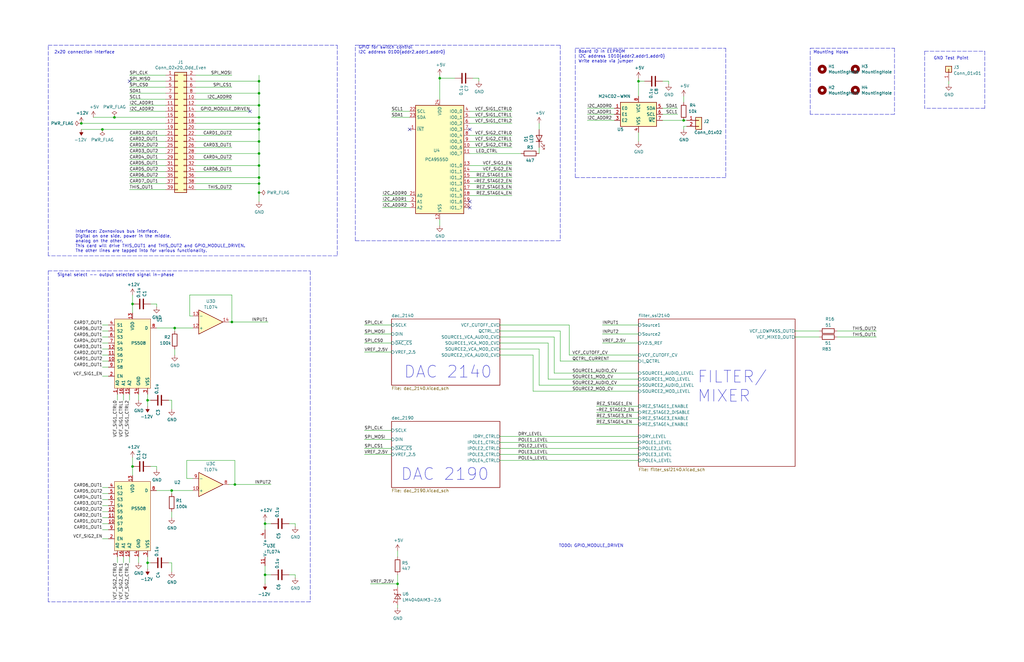
<source format=kicad_sch>
(kicad_sch (version 20230121) (generator eeschema)
  (paper "B")
  (title_block (title "Zoxnoxious Pole Dancer Mixing Filter") (date "2022-09-07") (rev "0.4") (company "Zoxnoxious Engineering"))
  (lib_symbols
    (symbol "Amplifier_Operational:TL074" (pin_names (offset 0.127))
      (property "Reference" "U" (at 0 5.08 0))
      (property "Value" "TL074" (at 0 -5.08 0))
      (symbol "TL074_1_1"
        (pin output line (at 7.62 0 180) (length 2.54) (name "~") (number "1"))
        (pin input line (at -7.62 -2.54 0) (length 2.54) (name "-") (number "2"))
        (pin input line (at -7.62 2.54 0) (length 2.54) (name "+") (number "3"))
      )
      (symbol "TL074_2_1"
        (pin input line (at -7.62 2.54 0) (length 2.54) (name "+") (number "5"))
        (pin input line (at -7.62 -2.54 0) (length 2.54) (name "-") (number "6"))
        (pin output line (at 7.62 0 180) (length 2.54) (name "~") (number "7"))
      )
      (symbol "TL074_3_1"
        (pin input line (at -7.62 2.54 0) (length 2.54) (name "+") (number "10"))
        (pin output line (at 7.62 0 180) (length 2.54) (name "~") (number "8"))
        (pin input line (at -7.62 -2.54 0) (length 2.54) (name "-") (number "9"))
      )
      (symbol "TL074_4_1"
        (pin input line (at -7.62 2.54 0) (length 2.54) (name "+") (number "12"))
        (pin input line (at -7.62 -2.54 0) (length 2.54) (name "-") (number "13"))
        (pin output line (at 7.62 0 180) (length 2.54) (name "~") (number "14"))
      )
      (symbol "TL074_5_1"
        (pin power_in line (at -2.54 -7.62 90) (length 3.81) (name "V-") (number "11"))
        (pin power_in line (at -2.54 7.62 270) (length 3.81) (name "V+") (number "4"))
      )
    )
    (symbol "Connector_Generic:Conn_01x01" (pin_names (offset 1.016) hide)
      (property "Reference" "J" (at 0 2.54 0))
      (property "Value" "Conn_01x01" (at 0 -2.54 0))
      (symbol "Conn_01x01_1_1"
        (pin passive line (at -5.08 0 0) (length 3.81) (name "Pin_1") (number "1"))
      )
    )
    (symbol "Connector_Generic:Conn_01x02" (pin_names (offset 1.016) hide)
      (property "Reference" "J" (at 0 2.54 0))
      (property "Value" "Conn_01x02" (at 0 -5.08 0))
      (symbol "Conn_01x02_1_1"
        (pin passive line (at -5.08 0 0) (length 3.81) (name "Pin_1") (number "1"))
        (pin passive line (at -5.08 -2.54 0) (length 3.81) (name "Pin_2") (number "2"))
      )
    )
    (symbol "Connector_Generic:Conn_02x20_Odd_Even" (pin_names (offset 1.016) hide)
      (property "Reference" "J" (at 1.27 25.4 0))
      (property "Value" "Conn_02x20_Odd_Even" (at 1.27 -27.94 0))
      (symbol "Conn_02x20_Odd_Even_1_1"
        (pin passive line (at -5.08 22.86 0) (length 3.81) (name "Pin_1") (number "1"))
        (pin passive line (at 7.62 12.7 180) (length 3.81) (name "Pin_10") (number "10"))
        (pin passive line (at -5.08 10.16 0) (length 3.81) (name "Pin_11") (number "11"))
        (pin passive line (at 7.62 10.16 180) (length 3.81) (name "Pin_12") (number "12"))
        (pin passive line (at -5.08 7.62 0) (length 3.81) (name "Pin_13") (number "13"))
        (pin passive line (at 7.62 7.62 180) (length 3.81) (name "Pin_14") (number "14"))
        (pin passive line (at -5.08 5.08 0) (length 3.81) (name "Pin_15") (number "15"))
        (pin passive line (at 7.62 5.08 180) (length 3.81) (name "Pin_16") (number "16"))
        (pin passive line (at -5.08 2.54 0) (length 3.81) (name "Pin_17") (number "17"))
        (pin passive line (at 7.62 2.54 180) (length 3.81) (name "Pin_18") (number "18"))
        (pin passive line (at -5.08 0 0) (length 3.81) (name "Pin_19") (number "19"))
        (pin passive line (at 7.62 22.86 180) (length 3.81) (name "Pin_2") (number "2"))
        (pin passive line (at 7.62 0 180) (length 3.81) (name "Pin_20") (number "20"))
        (pin passive line (at -5.08 -2.54 0) (length 3.81) (name "Pin_21") (number "21"))
        (pin passive line (at 7.62 -2.54 180) (length 3.81) (name "Pin_22") (number "22"))
        (pin passive line (at -5.08 -5.08 0) (length 3.81) (name "Pin_23") (number "23"))
        (pin passive line (at 7.62 -5.08 180) (length 3.81) (name "Pin_24") (number "24"))
        (pin passive line (at -5.08 -7.62 0) (length 3.81) (name "Pin_25") (number "25"))
        (pin passive line (at 7.62 -7.62 180) (length 3.81) (name "Pin_26") (number "26"))
        (pin passive line (at -5.08 -10.16 0) (length 3.81) (name "Pin_27") (number "27"))
        (pin passive line (at 7.62 -10.16 180) (length 3.81) (name "Pin_28") (number "28"))
        (pin passive line (at -5.08 -12.7 0) (length 3.81) (name "Pin_29") (number "29"))
        (pin passive line (at -5.08 20.32 0) (length 3.81) (name "Pin_3") (number "3"))
        (pin passive line (at 7.62 -12.7 180) (length 3.81) (name "Pin_30") (number "30"))
        (pin passive line (at -5.08 -15.24 0) (length 3.81) (name "Pin_31") (number "31"))
        (pin passive line (at 7.62 -15.24 180) (length 3.81) (name "Pin_32") (number "32"))
        (pin passive line (at -5.08 -17.78 0) (length 3.81) (name "Pin_33") (number "33"))
        (pin passive line (at 7.62 -17.78 180) (length 3.81) (name "Pin_34") (number "34"))
        (pin passive line (at -5.08 -20.32 0) (length 3.81) (name "Pin_35") (number "35"))
        (pin passive line (at 7.62 -20.32 180) (length 3.81) (name "Pin_36") (number "36"))
        (pin passive line (at -5.08 -22.86 0) (length 3.81) (name "Pin_37") (number "37"))
        (pin passive line (at 7.62 -22.86 180) (length 3.81) (name "Pin_38") (number "38"))
        (pin passive line (at -5.08 -25.4 0) (length 3.81) (name "Pin_39") (number "39"))
        (pin passive line (at 7.62 20.32 180) (length 3.81) (name "Pin_4") (number "4"))
        (pin passive line (at 7.62 -25.4 180) (length 3.81) (name "Pin_40") (number "40"))
        (pin passive line (at -5.08 17.78 0) (length 3.81) (name "Pin_5") (number "5"))
        (pin passive line (at 7.62 17.78 180) (length 3.81) (name "Pin_6") (number "6"))
        (pin passive line (at -5.08 15.24 0) (length 3.81) (name "Pin_7") (number "7"))
        (pin passive line (at 7.62 15.24 180) (length 3.81) (name "Pin_8") (number "8"))
        (pin passive line (at -5.08 12.7 0) (length 3.81) (name "Pin_9") (number "9"))
      )
    )
    (symbol "Device:C" (pin_numbers hide) (pin_names (offset 0.254))
      (property "Reference" "C" (at 0.635 2.54 0))
      (property "Value" "C" (at 0.635 -2.54 0))
      (symbol "C_1_1"
        (pin passive line (at 0 3.81 270) (length 2.794) (name "~") (number "1"))
        (pin passive line (at 0 -3.81 90) (length 2.794) (name "~") (number "2"))
      )
    )
    (symbol "Device:LED" (pin_numbers hide) (pin_names (offset 1.016) hide)
      (property "Reference" "D" (at 0 2.54 0))
      (property "Value" "LED" (at 0 -2.54 0))
      (symbol "LED_1_1"
        (pin passive line (at -3.81 0 0) (length 2.54) (name "K") (number "1"))
        (pin passive line (at 3.81 0 180) (length 2.54) (name "A") (number "2"))
      )
    )
    (symbol "Device:R" (pin_numbers hide) (pin_names (offset 0))
      (property "Reference" "R" (at 2.032 0 90))
      (property "Value" "R" (at 0 0 90))
      (symbol "R_1_1"
        (pin passive line (at 0 3.81 270) (length 1.27) (name "~") (number "1"))
        (pin passive line (at 0 -3.81 90) (length 1.27) (name "~") (number "2"))
      )
    )
    (symbol "Interface_Expansion:PCA9555D"
      (property "Reference" "U" (at -8.89 24.13 0))
      (property "Value" "PCA9555D" (at 6.35 24.13 0))
      (symbol "PCA9555D_1_1"
        (pin open_collector line (at -12.7 12.7 0) (length 2.54) (name "~{INT}") (number "1"))
        (pin bidirectional line (at 12.7 5.08 180) (length 2.54) (name "IO0_6") (number "10"))
        (pin bidirectional line (at 12.7 2.54 180) (length 2.54) (name "IO0_7") (number "11"))
        (pin power_in line (at 0 -25.4 90) (length 2.54) (name "VSS") (number "12"))
        (pin bidirectional line (at 12.7 -2.54 180) (length 2.54) (name "IO1_0") (number "13"))
        (pin bidirectional line (at 12.7 -5.08 180) (length 2.54) (name "IO1_1") (number "14"))
        (pin bidirectional line (at 12.7 -7.62 180) (length 2.54) (name "IO1_2") (number "15"))
        (pin bidirectional line (at 12.7 -10.16 180) (length 2.54) (name "IO1_3") (number "16"))
        (pin bidirectional line (at 12.7 -12.7 180) (length 2.54) (name "IO1_4") (number "17"))
        (pin bidirectional line (at 12.7 -15.24 180) (length 2.54) (name "IO1_5") (number "18"))
        (pin bidirectional line (at 12.7 -17.78 180) (length 2.54) (name "IO1_6") (number "19"))
        (pin input line (at -12.7 -17.78 0) (length 2.54) (name "A1") (number "2"))
        (pin bidirectional line (at 12.7 -20.32 180) (length 2.54) (name "IO1_7") (number "20"))
        (pin input line (at -12.7 -15.24 0) (length 2.54) (name "A0") (number "21"))
        (pin input line (at -12.7 20.32 0) (length 2.54) (name "SCL") (number "22"))
        (pin bidirectional line (at -12.7 17.78 0) (length 2.54) (name "SDA") (number "23"))
        (pin power_in line (at 0 25.4 270) (length 2.54) (name "VDD") (number "24"))
        (pin input line (at -12.7 -20.32 0) (length 2.54) (name "A2") (number "3"))
        (pin bidirectional line (at 12.7 20.32 180) (length 2.54) (name "IO0_0") (number "4"))
        (pin bidirectional line (at 12.7 17.78 180) (length 2.54) (name "IO0_1") (number "5"))
        (pin bidirectional line (at 12.7 15.24 180) (length 2.54) (name "IO0_2") (number "6"))
        (pin bidirectional line (at 12.7 12.7 180) (length 2.54) (name "IO0_3") (number "7"))
        (pin bidirectional line (at 12.7 10.16 180) (length 2.54) (name "IO0_4") (number "8"))
        (pin bidirectional line (at 12.7 7.62 180) (length 2.54) (name "IO0_5") (number "9"))
      )
    )
    (symbol "Mechanical:MountingHole" (pin_names (offset 1.016))
      (property "Reference" "H" (at 0 5.08 0))
      (property "Value" "MountingHole" (at 0 3.175 0))
    )
    (symbol "Memory_EEPROM:M24C02-WMN"
      (property "Reference" "U" (at -6.35 6.35 0))
      (property "Value" "M24C02-WMN" (at 7.62 6.35 0))
      (symbol "M24C02-WMN_1_1"
        (pin input line (at -10.16 2.54 0) (length 2.54) (name "E0") (number "1"))
        (pin input line (at -10.16 0 0) (length 2.54) (name "E1") (number "2"))
        (pin input line (at -10.16 -2.54 0) (length 2.54) (name "E2") (number "3"))
        (pin power_in line (at 0 -7.62 90) (length 2.54) (name "VSS") (number "4"))
        (pin bidirectional line (at 10.16 2.54 180) (length 2.54) (name "SDA") (number "5"))
        (pin input line (at 10.16 0 180) (length 2.54) (name "SCL") (number "6"))
        (pin input line (at 10.16 -2.54 180) (length 2.54) (name "~{WC}") (number "7"))
        (pin power_in line (at 0 7.62 270) (length 2.54) (name "VCC") (number "8"))
      )
    )
    (symbol "Reference_Voltage:LM4040DBZ-2.5" (pin_names (offset 0.0254) hide)
      (property "Reference" "U" (at 0 2.54 0))
      (property "Value" "LM4040DBZ-2.5" (at 0 -3.175 0))
      (symbol "LM4040DBZ-2.5_1_1"
        (pin passive line (at 3.81 0 180) (length 2.54) (name "K") (number "1"))
        (pin passive line (at -3.81 0 0) (length 2.54) (name "A") (number "2"))
      )
    )
    (symbol "poledancer_symlib:PS508-Analog_Switch" (pin_names (offset 1.016))
      (property "Reference" "U" (at 0 0 0))
      (property "Value" "PS508-Analog_Switch" (at 1.27 -3.81 0))
      (symbol "PS508-Analog_Switch_1_1"
        (pin input line (at -6.35 -24.13 90) (length 2.54) (name "A0") (number "1"))
        (pin bidirectional line (at -10.16 -10.16 0) (length 2.54) (name "S7") (number "10"))
        (pin bidirectional line (at -10.16 -7.62 0) (length 2.54) (name "S6") (number "11"))
        (pin bidirectional line (at -10.16 -5.08 0) (length 2.54) (name "S5") (number "12"))
        (pin power_in line (at 0 10.16 270) (length 2.54) (name "VDD") (number "13"))
        (pin power_in line (at 2.54 -24.13 90) (length 2.54) (name "GND") (number "14"))
        (pin input line (at -1.27 -24.13 90) (length 2.54) (name "A2") (number "15"))
        (pin input line (at -3.81 -24.13 90) (length 2.54) (name "A1") (number "16"))
        (pin input line (at -10.16 -16.51 0) (length 2.54) (name "EN") (number "2"))
        (pin power_in line (at 6.35 -24.13 90) (length 2.54) (name "VSS") (number "3"))
        (pin bidirectional line (at -10.16 5.08 0) (length 2.54) (name "S1") (number "4"))
        (pin bidirectional line (at -10.16 2.54 0) (length 2.54) (name "S2") (number "5"))
        (pin bidirectional line (at -10.16 0 0) (length 2.54) (name "S3") (number "6"))
        (pin bidirectional line (at -10.16 -2.54 0) (length 2.54) (name "S4") (number "7"))
        (pin bidirectional line (at 10.16 3.81 180) (length 2.54) (name "D") (number "8"))
        (pin bidirectional line (at -10.16 -12.7 0) (length 2.54) (name "S8") (number "9"))
      )
    )
    (symbol "power:+12V" (power) (pin_names (offset 0))
      (property "Value" "+12V" (at 0 3.556 0))
      (symbol "+12V_1_1"
        (pin power_in line (at 0 0 90) (length 0) hide (name "+12V") (number "1"))
      )
    )
    (symbol "power:+5V" (power) (pin_names (offset 0))
      (property "Value" "+5V" (at 0 3.556 0))
      (symbol "+5V_1_1"
        (pin power_in line (at 0 0 90) (length 0) hide (name "+5V") (number "1"))
      )
    )
    (symbol "power:-12V" (power) (pin_names (offset 0))
      (property "Value" "-12V" (at 0 3.81 0))
      (symbol "-12V_0_0"
        (pin power_in line (at 0 0 90) (length 0) hide (name "-12V") (number "1"))
      )
    )
    (symbol "power:GND" (power) (pin_names (offset 0))
      (property "Value" "GND" (at 0 -3.81 0))
      (symbol "GND_1_1"
        (pin power_in line (at 0 0 270) (length 0) hide (name "GND") (number "1"))
      )
    )
    (symbol "power:PWR_FLAG" (power) (pin_numbers hide) (pin_names (offset 0) hide)
      (property "Value" "PWR_FLAG" (at 0 3.81 0))
      (symbol "PWR_FLAG_0_0"
        (pin power_out line (at 0 0 90) (length 0) (name "pwr") (number "1"))
      )
    )
  )
  (junction (at 109.22 64.77))
  (junction (at 109.22 54.61))
  (junction (at 48.26 49.53))
  (junction (at 34.29 52.07))
  (junction (at 109.22 44.45))
  (junction (at 55.88 196.85))
  (junction (at 55.88 128.27))
  (junction (at 111.76 220.98))
  (junction (at 62.23 168.91))
  (junction (at 185.42 33.02))
  (junction (at 109.22 77.47))
  (junction (at 97.79 135.89))
  (junction (at 269.24 34.29))
  (junction (at 62.23 237.49))
  (junction (at 109.22 69.85))
  (junction (at 73.66 138.43))
  (junction (at 167.64 246.38))
  (junction (at 109.22 81.28))
  (junction (at 109.22 52.07))
  (junction (at 111.76 242.57))
  (junction (at 288.29 50.8))
  (junction (at 43.18 54.61))
  (junction (at 99.06 204.47))
  (junction (at 109.22 59.69))
  (junction (at 109.22 49.53))
  (junction (at 109.22 39.37))
  (junction (at 72.39 207.01))
  (junction (at 109.22 74.93))
  (junction (at 109.22 34.29))
  (no_connect (at 198.12 87.63))
  (no_connect (at 198.12 85.09))
  (no_connect (at 105.41 46.99))
  (no_connect (at 172.72 54.61))
  (no_connect (at 54.61 34.29))
  (no_connect (at 198.12 54.61))
  (wire (pts (xy 72.39 237.49) (xy 71.12 237.49)))
  (polyline (pts (xy 341.63 20.32) (xy 377.19 20.32)) (stroke (width 0) (type dash)))
  (wire (pts (xy 233.68 157.48) (xy 269.24 157.48)))
  (polyline (pts (xy 306.07 20.32) (xy 306.07 74.93)) (stroke (width 0) (type dash)))
  (wire (pts (xy 198.12 52.07) (xy 215.9 52.07)))
  (wire (pts (xy 63.5 196.85) (xy 66.04 196.85)))
  (wire (pts (xy 109.22 64.77) (xy 109.22 69.85)))
  (wire (pts (xy 97.79 124.46) (xy 97.79 135.89)))
  (polyline (pts (xy 20.32 114.3) (xy 130.81 114.3)) (stroke (width 0) (type dash)))
  (wire (pts (xy 210.82 194.31) (xy 269.24 194.31)))
  (wire (pts (xy 54.61 166.37) (xy 54.61 168.91)))
  (wire (pts (xy 62.23 166.37) (xy 62.23 168.91)))
  (wire (pts (xy 43.18 144.78) (xy 45.72 144.78)))
  (wire (pts (xy 251.46 179.07) (xy 269.24 179.07)))
  (polyline (pts (xy 242.57 74.93) (xy 242.57 20.32)) (stroke (width 0) (type dash)))
  (wire (pts (xy 279.4 34.29) (xy 281.94 34.29)))
  (wire (pts (xy 54.61 64.77) (xy 69.85 64.77)))
  (wire (pts (xy 82.55 52.07) (xy 109.22 52.07)))
  (wire (pts (xy 198.12 82.55) (xy 215.9 82.55)))
  (wire (pts (xy 69.85 54.61) (xy 43.18 54.61)))
  (wire (pts (xy 210.82 149.86) (xy 224.79 149.86)))
  (wire (pts (xy 156.21 246.38) (xy 167.64 246.38)))
  (wire (pts (xy 62.23 168.91) (xy 62.23 171.45)))
  (wire (pts (xy 54.61 74.93) (xy 69.85 74.93)))
  (wire (pts (xy 165.1 181.61) (xy 153.67 181.61)))
  (wire (pts (xy 97.79 62.23) (xy 82.55 62.23)))
  (wire (pts (xy 43.18 223.52) (xy 45.72 223.52)))
  (wire (pts (xy 269.24 55.88) (xy 269.24 59.69)))
  (wire (pts (xy 269.24 140.97) (xy 254 140.97)))
  (wire (pts (xy 185.42 33.02) (xy 185.42 41.91)))
  (wire (pts (xy 54.61 80.01) (xy 69.85 80.01)))
  (wire (pts (xy 269.24 137.16) (xy 254 137.16)))
  (wire (pts (xy 167.64 232.41) (xy 167.64 234.95)))
  (wire (pts (xy 281.94 35.56) (xy 281.94 34.29)))
  (polyline (pts (xy 149.86 19.05) (xy 236.22 19.05)) (stroke (width 0) (type dash)))
  (wire (pts (xy 111.76 242.57) (xy 111.76 246.38)))
  (wire (pts (xy 227.33 62.23) (xy 227.33 64.77)))
  (wire (pts (xy 279.4 48.26) (xy 285.75 48.26)))
  (wire (pts (xy 251.46 173.99) (xy 269.24 173.99)))
  (wire (pts (xy 43.18 220.98) (xy 45.72 220.98)))
  (wire (pts (xy 82.55 44.45) (xy 109.22 44.45)))
  (wire (pts (xy 198.12 57.15) (xy 215.9 57.15)))
  (wire (pts (xy 400.05 34.29) (xy 400.05 35.56)))
  (wire (pts (xy 97.79 80.01) (xy 82.55 80.01)))
  (wire (pts (xy 55.88 196.85) (xy 55.88 200.66)))
  (wire (pts (xy 43.18 54.61) (xy 34.29 54.61)))
  (polyline (pts (xy 415.29 21.59) (xy 415.29 45.72)) (stroke (width 0) (type dash)))
  (wire (pts (xy 198.12 64.77) (xy 219.71 64.77)))
  (wire (pts (xy 227.33 52.07) (xy 227.33 54.61)))
  (polyline (pts (xy 20.32 107.95) (xy 20.32 19.05)) (stroke (width 0) (type dash)))
  (wire (pts (xy 62.23 168.91) (xy 63.5 168.91)))
  (wire (pts (xy 55.88 128.27) (xy 55.88 132.08)))
  (wire (pts (xy 210.82 147.32) (xy 227.33 147.32)))
  (wire (pts (xy 72.39 172.72) (xy 72.39 168.91)))
  (polyline (pts (xy 377.19 20.32) (xy 377.19 48.26)) (stroke (width 0) (type dash)))
  (wire (pts (xy 114.3 242.57) (xy 111.76 242.57)))
  (polyline (pts (xy 389.89 21.59) (xy 415.29 21.59)) (stroke (width 0) (type dash)))
  (wire (pts (xy 335.28 142.24) (xy 345.44 142.24)))
  (wire (pts (xy 109.22 59.69) (xy 109.22 64.77)))
  (wire (pts (xy 97.79 57.15) (xy 82.55 57.15)))
  (wire (pts (xy 80.01 133.35) (xy 80.01 124.46)))
  (wire (pts (xy 172.72 46.99) (xy 165.1 46.99)))
  (wire (pts (xy 259.08 45.72) (xy 247.65 45.72)))
  (wire (pts (xy 58.42 234.95) (xy 58.42 237.49)))
  (wire (pts (xy 167.64 247.65) (xy 167.64 246.38)))
  (wire (pts (xy 288.29 40.64) (xy 288.29 43.18)))
  (wire (pts (xy 73.66 138.43) (xy 73.66 139.7)))
  (wire (pts (xy 54.61 62.23) (xy 69.85 62.23)))
  (wire (pts (xy 99.06 194.31) (xy 99.06 204.47)))
  (polyline (pts (xy 341.63 48.26) (xy 341.63 20.32)) (stroke (width 0) (type dash)))
  (wire (pts (xy 271.78 34.29) (xy 269.24 34.29)))
  (wire (pts (xy 82.55 59.69) (xy 109.22 59.69)))
  (wire (pts (xy 109.22 44.45) (xy 109.22 49.53)))
  (wire (pts (xy 240.03 149.86) (xy 269.24 149.86)))
  (wire (pts (xy 269.24 33.02) (xy 269.24 34.29)))
  (polyline (pts (xy 130.81 114.3) (xy 130.81 254)) (stroke (width 0) (type dash)))
  (wire (pts (xy 172.72 82.55) (xy 161.29 82.55)))
  (wire (pts (xy 54.61 36.83) (xy 69.85 36.83)))
  (wire (pts (xy 62.23 234.95) (xy 62.23 237.49)))
  (wire (pts (xy 210.82 137.16) (xy 240.03 137.16)))
  (wire (pts (xy 269.24 40.64) (xy 269.24 34.29)))
  (wire (pts (xy 167.64 242.57) (xy 167.64 246.38)))
  (wire (pts (xy 66.04 198.12) (xy 66.04 196.85)))
  (wire (pts (xy 165.1 140.97) (xy 153.67 140.97)))
  (wire (pts (xy 236.22 152.4) (xy 269.24 152.4)))
  (wire (pts (xy 82.55 54.61) (xy 109.22 54.61)))
  (polyline (pts (xy 142.24 19.05) (xy 142.24 107.95)) (stroke (width 0) (type dash)))
  (wire (pts (xy 153.67 191.77) (xy 165.1 191.77)))
  (wire (pts (xy 153.67 189.23) (xy 165.1 189.23)))
  (wire (pts (xy 82.55 49.53) (xy 109.22 49.53)))
  (wire (pts (xy 198.12 46.99) (xy 215.9 46.99)))
  (wire (pts (xy 109.22 77.47) (xy 109.22 81.28)))
  (wire (pts (xy 81.28 133.35) (xy 80.01 133.35)))
  (wire (pts (xy 63.5 128.27) (xy 66.04 128.27)))
  (wire (pts (xy 43.18 152.4) (xy 45.72 152.4)))
  (wire (pts (xy 185.42 31.75) (xy 185.42 33.02)))
  (wire (pts (xy 288.29 50.8) (xy 289.56 50.8)))
  (wire (pts (xy 210.82 142.24) (xy 233.68 142.24)))
  (wire (pts (xy 96.52 135.89) (xy 97.79 135.89)))
  (wire (pts (xy 69.85 39.37) (xy 54.61 39.37)))
  (wire (pts (xy 210.82 144.78) (xy 231.14 144.78)))
  (wire (pts (xy 43.18 208.28) (xy 45.72 208.28)))
  (wire (pts (xy 66.04 129.54) (xy 66.04 128.27)))
  (wire (pts (xy 82.55 64.77) (xy 109.22 64.77)))
  (wire (pts (xy 251.46 171.45) (xy 269.24 171.45)))
  (wire (pts (xy 124.46 220.98) (xy 124.46 222.25)))
  (wire (pts (xy 111.76 223.52) (xy 111.76 220.98)))
  (wire (pts (xy 254 144.78) (xy 269.24 144.78)))
  (wire (pts (xy 69.85 49.53) (xy 48.26 49.53)))
  (wire (pts (xy 72.39 241.3) (xy 72.39 237.49)))
  (wire (pts (xy 82.55 31.75) (xy 97.79 31.75)))
  (wire (pts (xy 73.66 147.32) (xy 73.66 149.86)))
  (wire (pts (xy 199.39 33.02) (xy 201.93 33.02)))
  (polyline (pts (xy 149.86 101.6) (xy 236.22 101.6)) (stroke (width 0) (type dash)))
  (wire (pts (xy 97.79 135.89) (xy 113.03 135.89)))
  (polyline (pts (xy 242.57 20.32) (xy 294.64 20.32)) (stroke (width 0) (type dash)))
  (wire (pts (xy 62.23 237.49) (xy 62.23 240.03)))
  (wire (pts (xy 82.55 46.99) (xy 105.41 46.99)))
  (wire (pts (xy 43.18 139.7) (xy 45.72 139.7)))
  (polyline (pts (xy 149.86 101.6) (xy 149.86 19.05)) (stroke (width 0) (type dash)))
  (wire (pts (xy 259.08 48.26) (xy 247.65 48.26)))
  (wire (pts (xy 109.22 39.37) (xy 109.22 44.45)))
  (wire (pts (xy 69.85 77.47) (xy 54.61 77.47)))
  (wire (pts (xy 185.42 92.71) (xy 185.42 95.25)))
  (wire (pts (xy 210.82 191.77) (xy 269.24 191.77)))
  (wire (pts (xy 43.18 158.75) (xy 45.72 158.75)))
  (wire (pts (xy 43.18 210.82) (xy 45.72 210.82)))
  (wire (pts (xy 43.18 142.24) (xy 45.72 142.24)))
  (polyline (pts (xy 142.24 107.95) (xy 20.32 107.95)) (stroke (width 0) (type dash)))
  (wire (pts (xy 82.55 69.85) (xy 109.22 69.85)))
  (wire (pts (xy 66.04 207.01) (xy 72.39 207.01)))
  (wire (pts (xy 165.1 137.16) (xy 153.67 137.16)))
  (wire (pts (xy 201.93 34.29) (xy 201.93 33.02)))
  (wire (pts (xy 82.55 74.93) (xy 109.22 74.93)))
  (wire (pts (xy 353.06 139.7) (xy 369.57 139.7)))
  (wire (pts (xy 227.33 162.56) (xy 269.24 162.56)))
  (wire (pts (xy 82.55 67.31) (xy 97.79 67.31)))
  (polyline (pts (xy 20.32 254) (xy 20.32 186.69)) (stroke (width 0) (type dash)))
  (polyline (pts (xy 20.32 114.3) (xy 20.32 187.96)) (stroke (width 0) (type dash)))
  (wire (pts (xy 335.28 139.7) (xy 345.44 139.7)))
  (wire (pts (xy 52.07 166.37) (xy 52.07 168.91)))
  (polyline (pts (xy 389.89 21.59) (xy 389.89 45.72)) (stroke (width 0) (type dash)))
  (wire (pts (xy 43.18 149.86) (xy 45.72 149.86)))
  (wire (pts (xy 82.55 34.29) (xy 109.22 34.29)))
  (wire (pts (xy 111.76 220.98) (xy 114.3 220.98)))
  (wire (pts (xy 251.46 176.53) (xy 269.24 176.53)))
  (wire (pts (xy 198.12 72.39) (xy 215.9 72.39)))
  (wire (pts (xy 279.4 50.8) (xy 288.29 50.8)))
  (polyline (pts (xy 294.64 74.93) (xy 242.57 74.93)) (stroke (width 0) (type dash)))
  (polyline (pts (xy 415.29 45.72) (xy 389.89 45.72)) (stroke (width 0) (type dash)))
  (wire (pts (xy 62.23 237.49) (xy 63.5 237.49)))
  (wire (pts (xy 109.22 74.93) (xy 109.22 77.47)))
  (wire (pts (xy 233.68 142.24) (xy 233.68 157.48)))
  (wire (pts (xy 96.52 204.47) (xy 99.06 204.47)))
  (wire (pts (xy 124.46 242.57) (xy 124.46 243.84)))
  (wire (pts (xy 54.61 34.29) (xy 69.85 34.29)))
  (wire (pts (xy 43.18 137.16) (xy 45.72 137.16)))
  (wire (pts (xy 224.79 165.1) (xy 269.24 165.1)))
  (wire (pts (xy 109.22 81.28) (xy 109.22 85.09)))
  (wire (pts (xy 54.61 44.45) (xy 69.85 44.45)))
  (wire (pts (xy 81.28 201.93) (xy 78.74 201.93)))
  (wire (pts (xy 54.61 72.39) (xy 69.85 72.39)))
  (wire (pts (xy 111.76 219.71) (xy 111.76 220.98)))
  (wire (pts (xy 43.18 227.33) (xy 45.72 227.33)))
  (polyline (pts (xy 20.32 19.05) (xy 142.24 19.05)) (stroke (width 0) (type dash)))
  (wire (pts (xy 43.18 218.44) (xy 45.72 218.44)))
  (wire (pts (xy 55.88 124.46) (xy 55.88 128.27)))
  (wire (pts (xy 97.79 41.91) (xy 82.55 41.91)))
  (wire (pts (xy 78.74 201.93) (xy 78.74 194.31)))
  (wire (pts (xy 191.77 33.02) (xy 185.42 33.02)))
  (wire (pts (xy 109.22 69.85) (xy 109.22 74.93)))
  (wire (pts (xy 54.61 31.75) (xy 69.85 31.75)))
  (wire (pts (xy 165.1 185.42) (xy 153.67 185.42)))
  (wire (pts (xy 121.92 220.98) (xy 124.46 220.98)))
  (wire (pts (xy 288.29 53.34) (xy 289.56 53.34)))
  (wire (pts (xy 69.85 69.85) (xy 54.61 69.85)))
  (polyline (pts (xy 377.19 48.26) (xy 341.63 48.26)) (stroke (width 0) (type dash)))
  (polyline (pts (xy 236.22 19.05) (xy 236.22 101.6)) (stroke (width 0) (type dash)))
  (wire (pts (xy 97.79 36.83) (xy 82.55 36.83)))
  (wire (pts (xy 55.88 193.04) (xy 55.88 196.85)))
  (wire (pts (xy 167.64 255.27) (xy 167.64 256.54)))
  (wire (pts (xy 69.85 46.99) (xy 54.61 46.99)))
  (wire (pts (xy 66.04 138.43) (xy 73.66 138.43)))
  (wire (pts (xy 236.22 139.7) (xy 236.22 152.4)))
  (wire (pts (xy 43.18 154.94) (xy 45.72 154.94)))
  (polyline (pts (xy 130.81 254) (xy 20.32 254)) (stroke (width 0) (type dash)))
  (wire (pts (xy 43.18 215.9) (xy 45.72 215.9)))
  (wire (pts (xy 43.18 213.36) (xy 45.72 213.36)))
  (wire (pts (xy 73.66 138.43) (xy 81.28 138.43)))
  (wire (pts (xy 72.39 208.28) (xy 72.39 207.01)))
  (wire (pts (xy 72.39 207.01) (xy 81.28 207.01)))
  (polyline (pts (xy 295.91 20.32) (xy 306.07 20.32)) (stroke (width 0) (type dash)))
  (wire (pts (xy 210.82 184.15) (xy 269.24 184.15)))
  (wire (pts (xy 48.26 49.53) (xy 39.37 49.53)))
  (wire (pts (xy 109.22 52.07) (xy 109.22 54.61)))
  (wire (pts (xy 80.01 124.46) (xy 97.79 124.46)))
  (wire (pts (xy 109.22 31.75) (xy 109.22 34.29)))
  (wire (pts (xy 210.82 186.69) (xy 269.24 186.69)))
  (wire (pts (xy 198.12 80.01) (xy 215.9 80.01)))
  (wire (pts (xy 153.67 148.59) (xy 165.1 148.59)))
  (wire (pts (xy 69.85 57.15) (xy 54.61 57.15)))
  (wire (pts (xy 111.76 238.76) (xy 111.76 242.57)))
  (wire (pts (xy 82.55 39.37) (xy 109.22 39.37)))
  (wire (pts (xy 240.03 137.16) (xy 240.03 149.86)))
  (wire (pts (xy 43.18 147.32) (xy 45.72 147.32)))
  (wire (pts (xy 285.75 45.72) (xy 279.4 45.72)))
  (wire (pts (xy 69.85 52.07) (xy 34.29 52.07)))
  (wire (pts (xy 99.06 204.47) (xy 114.3 204.47)))
  (polyline (pts (xy 306.07 74.93) (xy 294.64 74.93)) (stroke (width 0) (type dash)))
  (wire (pts (xy 210.82 139.7) (xy 236.22 139.7)))
  (wire (pts (xy 109.22 34.29) (xy 109.22 39.37)))
  (wire (pts (xy 49.53 166.37) (xy 49.53 168.91)))
  (wire (pts (xy 165.1 49.53) (xy 172.72 49.53)))
  (wire (pts (xy 198.12 62.23) (xy 215.9 62.23)))
  (wire (pts (xy 82.55 72.39) (xy 97.79 72.39)))
  (wire (pts (xy 78.74 194.31) (xy 99.06 194.31)))
  (wire (pts (xy 172.72 85.09) (xy 161.29 85.09)))
  (wire (pts (xy 353.06 142.24) (xy 369.57 142.24)))
  (wire (pts (xy 198.12 49.53) (xy 215.9 49.53)))
  (wire (pts (xy 52.07 234.95) (xy 52.07 237.49)))
  (wire (pts (xy 82.55 77.47) (xy 109.22 77.47)))
  (wire (pts (xy 198.12 59.69) (xy 215.9 59.69)))
  (wire (pts (xy 288.29 54.61) (xy 288.29 53.34)))
  (wire (pts (xy 153.67 144.78) (xy 165.1 144.78)))
  (wire (pts (xy 198.12 77.47) (xy 215.9 77.47)))
  (wire (pts (xy 54.61 59.69) (xy 69.85 59.69)))
  (wire (pts (xy 231.14 160.02) (xy 269.24 160.02)))
  (wire (pts (xy 109.22 49.53) (xy 109.22 52.07)))
  (wire (pts (xy 231.14 144.78) (xy 231.14 160.02)))
  (wire (pts (xy 224.79 149.86) (xy 224.79 165.1)))
  (wire (pts (xy 210.82 189.23) (xy 269.24 189.23)))
  (wire (pts (xy 72.39 215.9) (xy 72.39 218.44)))
  (wire (pts (xy 54.61 234.95) (xy 54.61 237.49)))
  (wire (pts (xy 109.22 54.61) (xy 109.22 59.69)))
  (wire (pts (xy 54.61 41.91) (xy 69.85 41.91)))
  (wire (pts (xy 121.92 242.57) (xy 124.46 242.57)))
  (wire (pts (xy 198.12 69.85) (xy 215.9 69.85)))
  (wire (pts (xy 172.72 87.63) (xy 161.29 87.63)))
  (wire (pts (xy 58.42 166.37) (xy 58.42 168.91)))
  (wire (pts (xy 43.18 205.74) (xy 45.72 205.74)))
  (wire (pts (xy 49.53 234.95) (xy 49.53 237.49)))
  (wire (pts (xy 259.08 50.8) (xy 247.65 50.8)))
  (wire (pts (xy 72.39 168.91) (xy 71.12 168.91)))
  (wire (pts (xy 198.12 74.93) (xy 215.9 74.93)))
  (wire (pts (xy 54.61 67.31) (xy 69.85 67.31)))
  (wire (pts (xy 227.33 147.32) (xy 227.33 162.56)))
  (text "TODO: GPIO_MODULE_DRIVEN\n" (at 235.585 231.14 0) (effects (font (size 1.27 1.27)) (justify left bottom)))
  (text "Signal select -- output selected signal in-phase" (at 24.13 116.84 0) (effects (font (size 1.27 1.27)) (justify left bottom)))
  (text "2x20 connection interface" (at 22.86 22.86 0) (effects (font (size 1.27 1.27)) (justify left bottom)))
  (text "FILTER/\nMIXER" (at 294.005 170.18 0) (effects (font (size 5.0038 5.0038)) (justify left bottom)))
  (text "GPIO for switch control\nI2C address 0100{addr2,addr1,addr0}" (at 151.13 22.86 0) (effects (font (size 1.27 1.27)) (justify left bottom)))
  (text "Mounting Holes" (at 342.9 22.86 0) (effects (font (size 1.27 1.27)) (justify left bottom)))
  (text "DAC 2190" (at 168.91 203.2 0) (effects (font (size 5.0038 5.0038)) (justify left bottom)))
  (text "GND Test Point" (at 393.7 25.4 0) (effects (font (size 1.27 1.27)) (justify left bottom)))
  (text "Board ID in EEPROM\nI2C address 1010{addr2,addr1,addr0}\nWrite enable via jumper" (at 243.84 26.67 0) (effects (font (size 1.27 1.27)) (justify left bottom)))
  (text "Interface: Zoxnoxious bus interface.\nDigital on one side, power in the middle,\nanalog on the other.\nThis card will drive THIS_OUT1 and THIS_OUT2 and GPIO_MODULE_DRIVEN.\nThe other lines are tapped into for various functionality." (at 31.75 106.68 0) (effects (font (size 1.27 1.27)) (justify left bottom)))
  (text "DAC 2140" (at 170.18 160.02 0) (effects (font (size 5.0038 5.0038)) (justify left bottom)))
  (label "VCF_SIG2_CTRL0" (at 49.53 237.49 270))
  (label "CARD2_OUT2" (at 43.18 149.86 180))
  (label "CARD2_OUT2" (at 43.18 215.9 180))
  (label "SPI_MOSI" (at 153.67 140.97 0))
  (label "VCF_CUTOFF_CV" (at 241.3 149.86 0))
  (label "CARD3_OUT1" (at 97.79 62.23 180))
  (label "SPI_CS0" (at 153.67 144.78 0))
  (label "CARD5_OUT2" (at 54.61 72.39 0))
  (label "QCTRL_CURRENT" (at 241.3 152.4 0))
  (label "VCF_SIG2_CTRL1" (at 215.9 59.69 180))
  (label "DRY_LEVEL" (at 218.44 184.15 0))
  (label "SOURCE2_MOD_CV" (at 241.3 165.1 0))
  (label "SCL1" (at 54.61 41.91 0))
  (label "SOURCE1_AUDIO_CV" (at 241.3 157.48 0))
  (label "POLE3_LEVEL" (at 218.44 191.77 0))
  (label "SPI_CS1" (at 153.67 189.23 0))
  (label "CARD6_OUT2" (at 43.18 139.7 180))
  (label "CARD7_OUT1" (at 43.18 137.16 180))
  (label "VREF_2.5V" (at 153.67 191.77 0))
  (label "CARD1_OUT2" (at 97.79 57.15 180))
  (label "INPUT2" (at 254 140.97 0))
  (label "CARD1_OUT1" (at 43.18 223.52 180))
  (label "REZ_STAGE3_EN" (at 215.9 80.01 180))
  (label "VCF_SIG1_CTRL0" (at 49.53 168.91 270))
  (label "CARD1_OUT2" (at 43.18 152.4 180))
  (label "VCF_SIG2_CTRL0" (at 215.9 57.15 180))
  (label "VCF_SIG2_EN" (at 215.9 72.39 180))
  (label "POLE1_LEVEL" (at 218.44 186.69 0))
  (label "VREF_2.5V" (at 153.67 148.59 0))
  (label "LED_CTRL" (at 200.66 64.77 0))
  (label "VCF_SIG2_CTRL1" (at 52.07 237.49 270))
  (label "CARD2_OUT1" (at 54.61 59.69 0))
  (label "CARD3_OUT1" (at 43.18 147.32 180))
  (label "SPI_CS1" (at 97.79 36.83 180))
  (label "REZ_STAGE1_EN" (at 251.46 171.45 0))
  (label "INPUT1" (at 113.03 135.89 180))
  (label "SOURCE2_AUDIO_CV" (at 241.3 162.56 0))
  (label "I2C_ADDR0" (at 247.65 45.72 0))
  (label "VCF_SIG1_CTRL0" (at 215.9 46.99 180))
  (label "REZ_STAGE4_EN" (at 215.9 82.55 180))
  (label "~REZ_STAGE2_EN" (at 215.9 77.47 180))
  (label "CARD6_OUT1" (at 97.79 72.39 180))
  (label "VCF_SIG1_EN" (at 215.9 69.85 180))
  (label "GPIO_MODULE_DRIVEN" (at 105.41 46.99 180))
  (label "REZ_STAGE1_EN" (at 215.9 74.93 180))
  (label "I2C_ADDR0" (at 161.29 82.55 0))
  (label "I2C_ADDR1" (at 247.65 48.26 0))
  (label "I2C_ADDR0" (at 97.79 41.91 180))
  (label "CARD7_OUT1" (at 54.61 77.47 0))
  (label "SDA1" (at 54.61 39.37 0))
  (label "VCF_SIG1_CTRL1" (at 52.07 168.91 270))
  (label "I2C_ADDR2" (at 247.65 50.8 0))
  (label "SPI_CLK" (at 153.67 181.61 0))
  (label "INPUT2" (at 114.3 204.47 180))
  (label "CARD1_OUT2" (at 43.18 220.98 180))
  (label "CARD4_OUT1" (at 54.61 67.31 0))
  (label "CARD3_OUT2" (at 43.18 213.36 180))
  (label "SPI_MOSI" (at 153.67 185.42 0))
  (label "VCF_SIG1_CTRL1" (at 215.9 49.53 180))
  (label "VCF_SIG2_CTRL2" (at 215.9 62.23 180))
  (label "REZ_STAGE4_EN" (at 251.46 179.07 0))
  (label "VCF_SIG2_EN" (at 43.18 227.33 180))
  (label "VREF_2.5V" (at 156.21 246.38 0))
  (label "VCF_SIG1_EN" (at 43.18 158.75 180))
  (label "~REZ_STAGE2_EN" (at 251.46 173.99 0))
  (label "REZ_STAGE3_EN" (at 251.46 176.53 0))
  (label "SCL1" (at 165.1 46.99 0))
  (label "CARD5_OUT2" (at 43.18 208.28 180))
  (label "SPI_CLK" (at 153.67 137.16 0))
  (label "SDA1" (at 165.1 49.53 0))
  (label "CARD4_OUT2" (at 97.79 67.31 180))
  (label "CARD4_OUT1" (at 43.18 210.82 180))
  (label "SPI_CS0" (at 54.61 36.83 0))
  (label "THIS_OUT1" (at 54.61 80.01 0))
  (label "SDA1" (at 285.75 45.72 180))
  (label "THIS_OUT1" (at 369.57 142.24 180))
  (label "SCL1" (at 285.75 48.26 180))
  (label "SOURCE1_MOD_CV" (at 241.3 160.02 0))
  (label "SPI_CLK" (at 54.61 31.75 0))
  (label "POLE2_LEVEL" (at 218.44 189.23 0))
  (label "SPI_MOSI" (at 97.79 31.75 180))
  (label "SPI_MISO" (at 54.61 34.29 0))
  (label "CARD2_OUT2" (at 54.61 62.23 0))
  (label "VREF_2.5V" (at 254 144.78 0))
  (label "INPUT1" (at 254 137.16 0))
  (label "THIS_OUT2" (at 97.79 80.01 180))
  (label "CARD3_OUT2" (at 54.61 64.77 0))
  (label "CARD6_OUT2" (at 54.61 74.93 0))
  (label "POLE4_LEVEL" (at 218.44 194.31 0))
  (label "CARD5_OUT1" (at 43.18 142.24 180))
  (label "I2C_ADDR2" (at 161.29 87.63 0))
  (label "VCF_SIG1_CTRL2" (at 54.61 168.91 270))
  (label "VCF_SIG1_CTRL2" (at 215.9 52.07 180))
  (label "CARD2_OUT1" (at 43.18 218.44 180))
  (label "I2C_ADDR1" (at 54.61 44.45 0))
  (label "I2C_ADDR1" (at 161.29 85.09 0))
  (label "CARD1_OUT1" (at 54.61 57.15 0))
  (label "VCF_SIG2_CTRL2" (at 54.61 237.49 270))
  (label "THIS_OUT2" (at 369.57 139.7 180))
  (label "CARD1_OUT1" (at 43.18 154.94 180))
  (label "CARD5_OUT1" (at 54.61 69.85 0))
  (label "CARD4_OUT2" (at 43.18 144.78 180))
  (label "CARD6_OUT1" (at 43.18 205.74 180))
  (label "I2C_ADDR2" (at 54.61 46.99 0))
  (symbol (lib_id "power:GND") (at 185.42 95.25 0) (unit 1)
    (property "Reference" "#PWR022" (effects hide))
    (property "Value" "GND" (at 185.547 99.6442 0))
  )
  (symbol (lib_id "Device:C") (at 195.58 33.02 270) (unit 1)
    (property "Reference" "C7" (at 196.7484 35.941 0) (effects (justify left)))
    (property "Value" "0.1u" (at 194.437 35.941 0) (effects (justify left)))
    (property "Footprint" "Capacitor_SMD:C_0603_1608Metric" (effects hide))
    (property "LCSC Part" "C14663" (effects hide))
  )
  (symbol (lib_id "power:GND") (at 201.93 34.29 0) (unit 1)
    (property "Reference" "#PWR023" (effects hide))
    (property "Value" "GND" (at 202.057 38.6842 0))
  )
  (symbol (lib_id "Interface_Expansion:PCA9555D") (at 185.42 67.31 0) (unit 1)
    (property "Reference" "U4" (at 184.15 63.5 0))
    (property "Value" "PCA9555D" (at 184.15 67.31 0))
    (property "Footprint" "Package_SO:TSSOP-24_4.4x7.8mm_P0.65mm" (effects hide))
    (property "Datasheet" "https://www.nxp.com/docs/en/data-sheet/PCA9555.pdf" (effects hide))
    (property "LCSC Part" "C83265" (effects hide))
  )
  (symbol (lib_id "Connector_Generic:Conn_02x20_Odd_Even") (at 74.93 54.61 0) (unit 1)
    (property "Reference" "J1" (at 76.2 26.2382 0))
    (property "Value" "Conn_02x20_Odd_Even" (at 76.2 28.5496 0))
    (property "Footprint" "Connector_PinHeader_2.54mm:PinHeader_2x20_P2.54mm_Horizontal" (effects hide))
  )
  (symbol (lib_id "power:GND") (at 109.22 85.09 0) (unit 1)
    (property "Reference" "#PWR016" (effects hide))
    (property "Value" "GND" (at 109.347 89.4842 0))
  )
  (symbol (lib_id "power:+5V") (at 39.37 49.53 0) (unit 1)
    (property "Reference" "#PWR03" (effects hide))
    (property "Value" "+5V" (at 39.751 45.1358 0))
  )
  (symbol (lib_id "power:+12V") (at 34.29 52.07 0) (unit 1)
    (property "Reference" "#PWR01" (effects hide))
    (property "Value" "+12V" (at 34.671 47.6758 0))
  )
  (symbol (lib_id "power:-12V") (at 34.29 54.61 180) (unit 1)
    (property "Reference" "#PWR02" (effects hide))
    (property "Value" "-12V" (at 33.909 59.0042 0))
  )
  (symbol (lib_id "power:PWR_FLAG") (at 48.26 49.53 0) (unit 1)
    (property "Reference" "#FLG03" (effects hide))
    (property "Value" "PWR_FLAG" (at 48.26 45.1358 0))
  )
  (symbol (lib_id "power:PWR_FLAG") (at 34.29 52.07 90) (unit 1)
    (property "Reference" "#FLG01" (effects hide))
    (property "Value" "PWR_FLAG" (at 31.0642 52.07 90) (effects (justify left)))
  )
  (symbol (lib_id "power:PWR_FLAG") (at 43.18 54.61 180) (unit 1)
    (property "Reference" "#FLG02" (effects hide))
    (property "Value" "PWR_FLAG" (at 43.18 59.0042 0))
  )
  (symbol (lib_id "power:PWR_FLAG") (at 109.22 81.28 270) (unit 1)
    (property "Reference" "#FLG04" (effects hide))
    (property "Value" "PWR_FLAG" (at 112.4712 81.28 90) (effects (justify left)))
  )
  (symbol (lib_id "power:+5V") (at 185.42 31.75 0) (unit 1)
    (property "Reference" "#PWR021" (effects hide))
    (property "Value" "+5V" (at 185.801 27.3558 0))
  )
  (symbol (lib_id "Device:R") (at 223.52 64.77 270) (unit 1)
    (property "Reference" "R3" (at 223.52 62.23 90))
    (property "Value" "4k7" (at 223.52 67.7164 90))
    (property "Footprint" "Resistor_SMD:R_0603_1608Metric" (effects hide))
  )
  (symbol (lib_id "Device:LED") (at 227.33 58.42 90) (unit 1)
    (property "Reference" "D1" (at 221.8182 58.5978 0))
    (property "Value" "LED" (at 224.1296 58.5978 0))
    (property "Footprint" "LED_SMD:LED_0603_1608Metric" (effects hide))
    (property "LCSC Part" "C2286" (effects hide))
  )
  (symbol (lib_id "power:+5V") (at 227.33 52.07 0) (unit 1)
    (property "Reference" "#PWR024" (effects hide))
    (property "Value" "+5V" (at 227.711 47.6758 0))
  )
  (symbol (lib_id "power:GND") (at 269.24 59.69 0) (unit 1)
    (property "Reference" "#PWR026" (effects hide))
    (property "Value" "GND" (at 269.367 64.0842 0))
  )
  (symbol (lib_id "power:+5V") (at 269.24 33.02 0) (unit 1)
    (property "Reference" "#PWR025" (effects hide))
    (property "Value" "+5V" (at 269.621 28.6258 0))
  )
  (symbol (lib_id "Device:C") (at 275.59 34.29 270) (unit 1)
    (property "Reference" "C8" (at 276.7584 37.211 0) (effects (justify left)))
    (property "Value" "0.1u" (at 274.447 37.211 0) (effects (justify left)))
    (property "Footprint" "Capacitor_SMD:C_0603_1608Metric" (effects hide))
    (property "LCSC Part" "C14663" (effects hide))
  )
  (symbol (lib_id "power:GND") (at 281.94 35.56 0) (unit 1)
    (property "Reference" "#PWR027" (effects hide))
    (property "Value" "GND" (at 282.067 39.9542 0))
  )
  (symbol (lib_id "Memory_EEPROM:M24C02-WMN") (at 269.24 48.26 0) (unit 1)
    (property "Reference" "U5" (at 261.62 54.61 0))
    (property "Value" "M24C02-WMN" (at 259.08 40.64 0))
    (property "Footprint" "Package_SO:SOIC-8_3.9x4.9mm_P1.27mm" (effects hide))
    (property "Datasheet" "http://www.st.com/content/ccc/resource/technical/document/datasheet/b0/d8/50/40/5a/85/49/6f/DM00071904.pdf/files/DM00071904.pdf/jcr:content/translations/en.DM00071904.pdf" (effects hide))
    (property "LCSC Part" "C7562" (effects hide))
  )
  (symbol (lib_id "power:GND") (at 288.29 54.61 0) (unit 1)
    (property "Reference" "#PWR029" (effects hide))
    (property "Value" "GND" (at 288.417 59.0042 0))
  )
  (symbol (lib_id "Mechanical:MountingHole") (at 346.71 29.21 0) (unit 1)
    (property "Reference" "H1" (at 349.25 28.0416 0) (effects (justify left)))
    (property "Value" "MountingHole" (at 349.25 30.353 0) (effects (justify left)))
    (property "Footprint" "MountingHole:MountingHole_3.2mm_M3" (effects hide))
  )
  (symbol (lib_id "Mechanical:MountingHole") (at 360.68 29.21 0) (unit 1)
    (property "Reference" "H3" (at 363.22 28.0416 0) (effects (justify left)))
    (property "Value" "MountingHole" (at 363.22 30.353 0) (effects (justify left)))
    (property "Footprint" "MountingHole:MountingHole_3.2mm_M3" (effects hide))
  )
  (symbol (lib_id "Mechanical:MountingHole") (at 360.68 38.1 0) (unit 1)
    (property "Reference" "H4" (at 363.22 36.9316 0) (effects (justify left)))
    (property "Value" "MountingHole" (at 363.22 39.243 0) (effects (justify left)))
    (property "Footprint" "MountingHole:MountingHole_3.2mm_M3" (effects hide))
  )
  (symbol (lib_id "Mechanical:MountingHole") (at 346.71 38.1 0) (unit 1)
    (property "Reference" "H2" (at 349.25 36.9316 0) (effects (justify left)))
    (property "Value" "MountingHole" (at 349.25 39.243 0) (effects (justify left)))
    (property "Footprint" "MountingHole:MountingHole_3.2mm_M3" (effects hide))
  )
  (symbol (lib_id "Device:C") (at 59.69 196.85 270) (unit 1)
    (property "Reference" "C2" (at 60.96 191.135 0) (effects (justify left)))
    (property "Value" "0.1u" (at 58.42 189.865 0) (effects (justify left)))
    (property "Footprint" "Capacitor_SMD:C_0603_1608Metric" (effects hide))
    (property "LCSC Part" "C14663" (effects hide))
  )
  (symbol (lib_id "power:GND") (at 58.42 168.91 0) (unit 1)
    (property "Reference" "#PWR06" (effects hide))
    (property "Value" "GND" (at 58.547 173.3042 0))
  )
  (symbol (lib_id "power:+12V") (at 55.88 193.04 0) (unit 1)
    (property "Reference" "#PWR05" (effects hide))
    (property "Value" "+12V" (at 56.261 188.6458 0))
  )
  (symbol (lib_id "Amplifier_Operational:TL074") (at 88.9 204.47 0) (mirror x) (unit 3)
    (property "Reference" "U3" (at 88.9 195.6902 0))
    (property "Value" "TL074" (at 88.9 198.2271 0))
    (property "Footprint" "Package_SO:TSSOP-14_4.4x5mm_P0.65mm" (effects hide))
    (property "Datasheet" "http://www.ti.com/lit/ds/symlink/tl071.pdf" (effects hide))
    (property "LCSC" "C96507" (effects hide))
  )
  (symbol (lib_id "power:GND") (at 124.46 222.25 0) (unit 1)
    (property "Reference" "#PWR019" (effects hide))
    (property "Value" "GND" (at 124.587 226.6442 0))
  )
  (symbol (lib_id "power:GND") (at 58.42 237.49 0) (unit 1)
    (property "Reference" "#PWR07" (effects hide))
    (property "Value" "GND" (at 58.547 241.8842 0))
  )
  (symbol (lib_id "Device:C") (at 59.69 128.27 270) (unit 1)
    (property "Reference" "C1" (at 60.96 122.555 0) (effects (justify left)))
    (property "Value" "0.1u" (at 58.42 121.285 0) (effects (justify left)))
    (property "Footprint" "Capacitor_SMD:C_0603_1608Metric" (effects hide))
    (property "LCSC Part" "C14663" (effects hide))
  )
  (symbol (lib_id "Connector_Generic:Conn_01x01") (at 400.05 29.21 90) (unit 1)
    (property "Reference" "J3" (at 402.082 28.3753 90) (effects (justify right)))
    (property "Value" "Conn_01x01" (at 402.082 30.9122 90) (effects (justify right)))
    (property "Footprint" "Connector_PinHeader_2.54mm:PinHeader_1x01_P2.54mm_Vertical" (effects hide))
  )
  (symbol (lib_id "power:+12V") (at 55.88 124.46 0) (unit 1)
    (property "Reference" "#PWR04" (effects hide))
    (property "Value" "+12V" (at 56.261 120.0658 0))
  )
  (symbol (lib_id "Device:R") (at 349.25 142.24 90) (unit 1)
    (property "Reference" "R83" (at 350.52 147.32 90) (effects (justify left)))
    (property "Value" "51" (at 350.52 144.78 90) (effects (justify left)))
    (property "Footprint" "Resistor_SMD:R_0603_1608Metric" (effects hide))
  )
  (symbol (lib_id "power:GND") (at 72.39 241.3 0) (unit 1)
    (property "Reference" "#PWR014" (effects hide))
    (property "Value" "GND" (at 72.517 245.6942 0))
  )
  (symbol (lib_id "power:GND") (at 72.39 172.72 0) (unit 1)
    (property "Reference" "#PWR012" (effects hide))
    (property "Value" "GND" (at 72.517 177.1142 0))
  )
  (symbol (lib_id "power:GND") (at 66.04 129.54 0) (unit 1)
    (property "Reference" "#PWR010" (effects hide))
    (property "Value" "GND" (at 66.167 133.9342 0))
  )
  (symbol (lib_id "power:+5V") (at 288.29 40.64 0) (unit 1)
    (property "Reference" "#PWR028" (effects hide))
    (property "Value" "+5V" (at 288.671 36.2458 0))
  )
  (symbol (lib_id "Device:R") (at 167.64 238.76 0) (unit 1)
    (property "Reference" "R5" (at 169.418 237.5916 0) (effects (justify left)))
    (property "Value" "4k7" (at 169.418 239.903 0) (effects (justify left)))
    (property "Footprint" "Resistor_SMD:R_1206_3216Metric" (effects hide))
    (property "LCSC Part" "C17936" (effects hide))
  )
  (symbol (lib_id "Device:C") (at 118.11 242.57 270) (unit 1)
    (property "Reference" "C6" (at 117.475 246.38 0) (effects (justify left)))
    (property "Value" "0.1u" (at 116.84 235.585 0) (effects (justify left)))
    (property "Footprint" "Capacitor_SMD:C_0603_1608Metric" (effects hide))
    (property "LCSC Part" "C14663" (effects hide))
  )
  (symbol (lib_id "Device:R") (at 73.66 143.51 180) (unit 1)
    (property "Reference" "R2" (at 69.215 142.24 0) (effects (justify right)))
    (property "Value" "100k" (at 67.31 144.78 0) (effects (justify right)))
    (property "Footprint" "Resistor_SMD:R_0603_1608Metric" (effects hide))
    (property "LCSC Part" "C25803" (effects hide))
  )
  (symbol (lib_id "power:-12V") (at 111.76 246.38 180) (unit 1)
    (property "Reference" "#PWR018" (effects hide))
    (property "Value" "-12V" (at 111.379 250.7742 0))
  )
  (symbol (lib_id "poledancer_symlib:PS508-Analog_Switch") (at 55.88 210.82 0) (unit 1)
    (property "Reference" "U2" (at 74.7991 203.5358 0))
    (property "Value" "PS508" (at 58.42 214.63 0))
    (property "Footprint" "Package_SO:SOIC-16_3.9x9.9mm_P1.27mm" (effects hide))
  )
  (symbol (lib_id "power:GND") (at 73.66 149.86 0) (unit 1)
    (property "Reference" "#PWR015" (effects hide))
    (property "Value" "GND" (at 73.787 154.2542 0))
  )
  (symbol (lib_id "power:GND") (at 66.04 198.12 0) (unit 1)
    (property "Reference" "#PWR011" (effects hide))
    (property "Value" "GND" (at 66.167 202.5142 0))
  )
  (symbol (lib_id "Connector_Generic:Conn_01x02") (at 294.64 50.8 0) (unit 1)
    (property "Reference" "J2" (at 296.672 51.2353 0) (effects (justify left)))
    (property "Value" "Conn_01x02" (at 292.735 55.88 0) (effects (justify left)))
    (property "Footprint" "Connector_PinHeader_2.54mm:PinHeader_1x02_P2.54mm_Vertical" (effects hide))
  )
  (symbol (lib_id "Amplifier_Operational:TL074") (at 109.22 231.14 0) (mirror y) (unit 5)
    (property "Reference" "U3" (at 112.395 230.3053 0) (effects (justify right)))
    (property "Value" "TL074" (at 112.395 232.8422 0) (effects (justify right)))
    (property "Footprint" "Package_SO:TSSOP-14_4.4x5mm_P0.65mm" (effects hide))
    (property "Datasheet" "http://www.ti.com/lit/ds/symlink/tl071.pdf" (effects hide))
    (property "LCSC" "C96507" (effects hide))
  )
  (symbol (lib_id "power:GND") (at 400.05 35.56 0) (unit 1)
    (property "Reference" "#PWR030" (effects hide))
    (property "Value" "GND" (at 400.177 39.9542 0))
  )
  (symbol (lib_id "Device:C") (at 67.31 168.91 270) (unit 1)
    (property "Reference" "C3" (at 66.675 172.72 0) (effects (justify left)))
    (property "Value" "0.1u" (at 66.04 161.925 0) (effects (justify left)))
    (property "Footprint" "Capacitor_SMD:C_0603_1608Metric" (effects hide))
    (property "LCSC Part" "C14663" (effects hide))
  )
  (symbol (lib_id "power:+12V") (at 111.76 219.71 0) (unit 1)
    (property "Reference" "#PWR017" (effects hide))
    (property "Value" "+12V" (at 112.141 215.3158 0))
  )
  (symbol (lib_id "Reference_Voltage:LM4040DBZ-2.5") (at 167.64 251.46 90) (unit 1)
    (property "Reference" "U6" (at 169.6466 250.6253 90) (effects (justify right)))
    (property "Value" "LM4040AIM3-2.5" (at 169.6466 253.1622 90) (effects (justify right)))
    (property "Footprint" "Package_TO_SOT_SMD:SOT-23" (effects hide))
    (property "Datasheet" "http://www.ti.com/lit/ds/symlink/lm4040-n.pdf" (effects hide))
    (property "LCSC Part" "C460725" (effects hide))
  )
  (symbol (lib_id "Device:C") (at 67.31 237.49 270) (unit 1)
    (property "Reference" "C4" (at 66.675 241.3 0) (effects (justify left)))
    (property "Value" "0.1u" (at 66.04 230.505 0) (effects (justify left)))
    (property "Footprint" "Capacitor_SMD:C_0603_1608Metric" (effects hide))
    (property "LCSC Part" "C14663" (effects hide))
  )
  (symbol (lib_id "Amplifier_Operational:TL074") (at 88.9 135.89 0) (mirror x) (unit 4)
    (property "Reference" "U3" (at 88.9 127.1102 0))
    (property "Value" "TL074" (at 88.9 129.6471 0))
    (property "Footprint" "Package_SO:TSSOP-14_4.4x5mm_P0.65mm" (effects hide))
    (property "Datasheet" "http://www.ti.com/lit/ds/symlink/tl071.pdf" (effects hide))
    (property "LCSC" "C96507" (effects hide))
  )
  (symbol (lib_id "power:-12V") (at 62.23 171.45 180) (unit 1)
    (property "Reference" "#PWR08" (effects hide))
    (property "Value" "-12V" (at 61.849 175.8442 0))
  )
  (symbol (lib_id "Device:R") (at 72.39 212.09 180) (unit 1)
    (property "Reference" "R1" (at 74.168 211.2553 0) (effects (justify right)))
    (property "Value" "100k" (at 74.168 213.7922 0) (effects (justify right)))
    (property "Footprint" "Resistor_SMD:R_0603_1608Metric" (effects hide))
    (property "LCSC Part" "C25803" (effects hide))
  )
  (symbol (lib_id "Device:R") (at 349.25 139.7 270) (unit 1)
    (property "Reference" "R16" (at 347.98 134.62 90) (effects (justify left)))
    (property "Value" "51" (at 347.98 137.16 90) (effects (justify left)))
    (property "Footprint" "Resistor_SMD:R_0603_1608Metric" (effects hide))
  )
  (symbol (lib_id "power:GND") (at 167.64 256.54 0) (unit 1)
    (property "Reference" "#PWR032" (effects hide))
    (property "Value" "GND" (at 167.767 260.9342 0))
  )
  (symbol (lib_id "power:GND") (at 72.39 218.44 0) (unit 1)
    (property "Reference" "#PWR013" (effects hide))
    (property "Value" "GND" (at 72.517 222.8342 0))
  )
  (symbol (lib_id "poledancer_symlib:PS508-Analog_Switch") (at 55.88 142.24 0) (unit 1)
    (property "Reference" "U1" (at 67.3002 134.9558 0))
    (property "Value" "PS508" (at 58.42 144.78 0))
    (property "Footprint" "Package_SO:SOIC-16_3.9x9.9mm_P1.27mm" (effects hide))
  )
  (symbol (lib_id "power:GND") (at 124.46 243.84 0) (unit 1)
    (property "Reference" "#PWR020" (effects hide))
    (property "Value" "GND" (at 124.587 248.2342 0))
  )
  (symbol (lib_id "Device:C") (at 118.11 220.98 270) (unit 1)
    (property "Reference" "C5" (at 117.475 224.79 0) (effects (justify left)))
    (property "Value" "0.1u" (at 116.84 213.995 0) (effects (justify left)))
    (property "Footprint" "Capacitor_SMD:C_0603_1608Metric" (effects hide))
    (property "LCSC Part" "C14663" (effects hide))
  )
  (symbol (lib_id "power:+5V") (at 167.64 232.41 0) (unit 1)
    (property "Reference" "#PWR031" (effects hide))
    (property "Value" "+5V" (at 168.021 228.0158 0))
  )
  (symbol (lib_id "Device:R") (at 288.29 46.99 0) (unit 1)
    (property "Reference" "R4" (at 292.1 44.45 0))
    (property "Value" "10k" (at 292.1 46.99 0))
    (property "Footprint" "Resistor_SMD:R_0603_1608Metric" (effects hide))
  )
  (symbol (lib_id "power:-12V") (at 62.23 240.03 180) (unit 1)
    (property "Reference" "#PWR09" (effects hide))
    (property "Value" "-12V" (at 61.849 244.4242 0))
  )
  (sheet (at 165.1 177.8) (size 45.72 27.94) (stroke (width 0.1524))
    (property "Sheetname" "dac_2190" (at 165.1 177.0884 0) (effects (justify left bottom)))
    (property "Sheetfile" "dac_2190.kicad_sch" (at 165.1 206.3246 0) (effects (justify left top)))
    (pin "SCLK" input (at 165.1 181.61 180))
    (pin "DIN" input (at 165.1 185.42 180))
    (pin "~{DAC_CS}" input (at 165.1 189.23 180))
    (pin "IPOLE1_CTRL" output (at 210.82 186.69 0))
    (pin "IDRY_CTRL" output (at 210.82 184.15 0))
    (pin "IPOLE2_CTRL" output (at 210.82 189.23 0))
    (pin "IPOLE3_CTRL" output (at 210.82 191.77 0))
    (pin "IPOLE4_CTRL" output (at 210.82 194.31 0))
    (pin "VREF_2.5" input (at 165.1 191.77 180))
  )
  (sheet (at 269.24 134.62) (size 66.04 62.23) (stroke (width 0.1524))
    (property "Sheetname" "filter_ssi2140" (at 269.24 133.9084 0) (effects (justify left bottom)))
    (property "Sheetfile" "filter_ssi2140.kicad_sch" (at 269.24 197.4346 0) (effects (justify left top)))
    (pin "SOURCE2_AUDIO_LEVEL" input (at 269.24 162.56 180))
    (pin "VCF_CUTOFF_CV" input (at 269.24 149.86 180))
    (pin "Source1" input (at 269.24 137.16 180))
    (pin "Source2" input (at 269.24 140.97 180))
    (pin "SOURCE2_MOD_LEVEL" input (at 269.24 165.1 180))
    (pin "SOURCE1_MOD_LEVEL" input (at 269.24 160.02 180))
    (pin "SOURCE1_AUDIO_LEVEL" input (at 269.24 157.48 180))
    (pin "REZ_STAGE2_DISABLE" input (at 269.24 173.99 180))
    (pin "REZ_STAGE3_ENABLE" input (at 269.24 176.53 180))
    (pin "REZ_STAGE4_ENABLE" input (at 269.24 179.07 180))
    (pin "REZ_STAGE1_ENABLE" input (at 269.24 171.45 180))
    (pin "V2.5_REF" input (at 269.24 144.78 180))
    (pin "VCF_LOWPASS_OUT" output (at 335.28 139.7 0))
    (pin "VCF_MIXED_OUT" output (at 335.28 142.24 0))
    (pin "DRY_LEVEL" input (at 269.24 184.15 180))
    (pin "POLE2_LEVEL" input (at 269.24 189.23 180))
    (pin "POLE1_LEVEL" input (at 269.24 186.69 180))
    (pin "POLE3_LEVEL" input (at 269.24 191.77 180))
    (pin "POLE4_LEVEL" input (at 269.24 194.31 180))
    (pin "I_QCTRL" input (at 269.24 152.4 180))
  )
  (sheet (at 165.1 134.62) (size 45.72 27.94) (stroke (width 0.1524))
    (property "Sheetname" "dac_2140" (at 165.1 133.9084 0) (effects (justify left bottom)))
    (property "Sheetfile" "dac_2140.kicad_sch" (at 165.1 163.1446 0) (effects (justify left top)))
    (pin "DIN" input (at 165.1 140.97 180))
    (pin "~{DAC_CS}" input (at 165.1 144.78 180))
    (pin "SCLK" input (at 165.1 137.16 180))
    (pin "QCTRL_I" output (at 210.82 139.7 0))
    (pin "VCF_CUTOFF_CV" output (at 210.82 137.16 0))
    (pin "SOURCE1_VCA_AUDIO_CV" output (at 210.82 142.24 0))
    (pin "SOURCE1_VCA_MOD_CV" output (at 210.82 144.78 0))
    (pin "SOURCE2_VCA_MOD_CV" output (at 210.82 147.32 0))
    (pin "SOURCE2_VCA_AUDIO_CV" output (at 210.82 149.86 0))
    (pin "VREF_2.5" input (at 165.1 148.59 180))
  )
)
</source>
